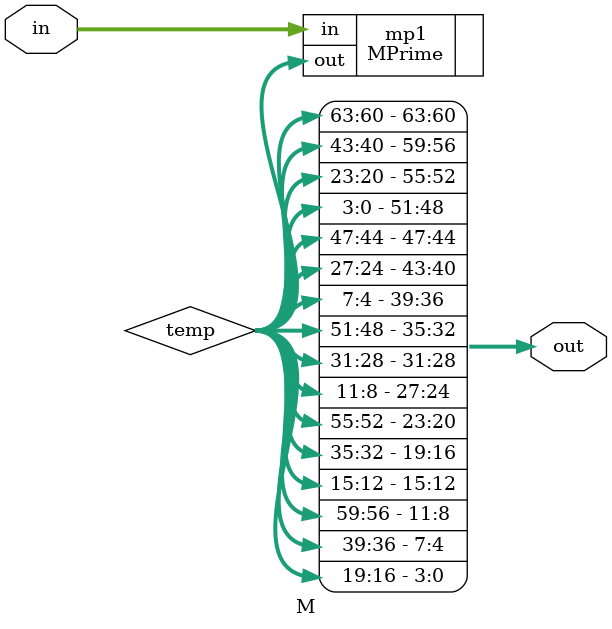
<source format=v>
`timescale 1ns / 1ps


module M(
  input [63:0] in,
  output [63:0] out
);
  wire [63:0] temp;
  assign out[63:60] = temp[63:60];
  assign out[59:56] = temp[43:40];
  assign out[55:52] = temp[23:20];
  assign out[51:48] = temp[3:0];
  assign out[47:44] = temp[47:44];
  assign out[43:40] = temp[27:24];
  assign out[39:36] = temp[7:4];
  assign out[35:32] = temp[51:48];
  assign out[31:28] = temp[31:28];
  assign out[27:24] = temp[11:8];
  assign out[23:20] = temp[55:52];
  assign out[19:16] = temp[35:32];
  assign out[15:12] = temp[15:12];
  assign out[11:8] = temp[59:56];
  assign out[7:4] = temp[39:36];
  assign out[3:0] = temp[19:16];
  
  MPrime mp1(.in(in), .out(temp));
  
endmodule

</source>
